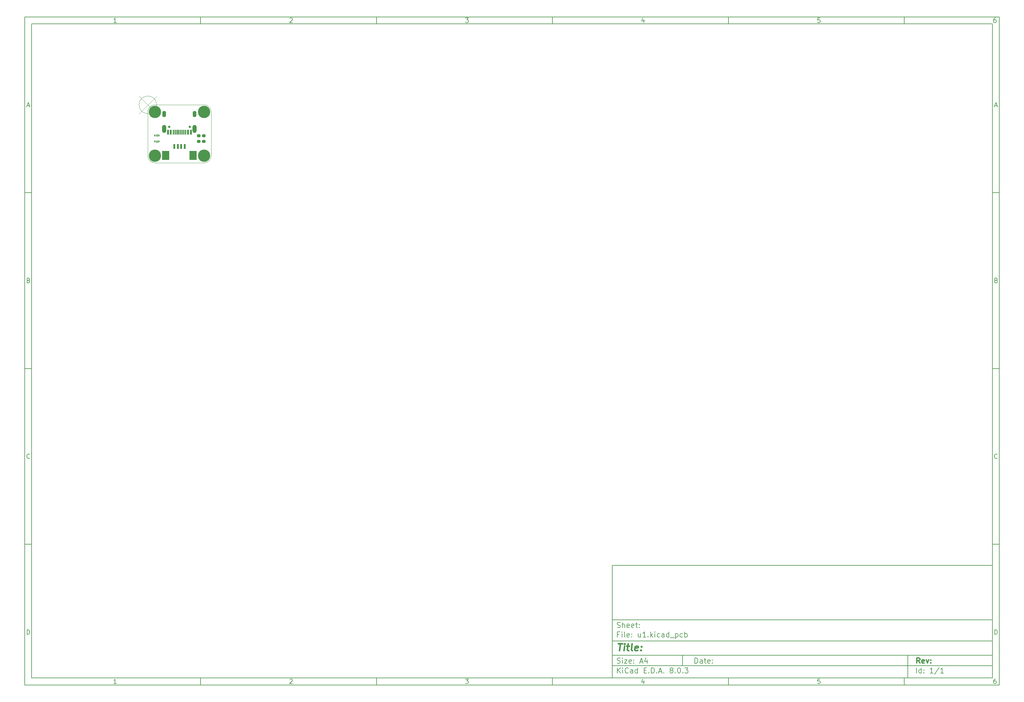
<source format=gts>
%TF.GenerationSoftware,KiCad,Pcbnew,8.0.3*%
%TF.CreationDate,2024-08-04T17:04:02+08:00*%
%TF.ProjectId,u1,75312e6b-6963-4616-945f-706362585858,rev?*%
%TF.SameCoordinates,PX2aea540PY2160ec0*%
%TF.FileFunction,Soldermask,Top*%
%TF.FilePolarity,Negative*%
%FSLAX46Y46*%
G04 Gerber Fmt 4.6, Leading zero omitted, Abs format (unit mm)*
G04 Created by KiCad (PCBNEW 8.0.3) date 2024-08-04 17:04:02*
%MOMM*%
%LPD*%
G01*
G04 APERTURE LIST*
G04 Aperture macros list*
%AMRoundRect*
0 Rectangle with rounded corners*
0 $1 Rounding radius*
0 $2 $3 $4 $5 $6 $7 $8 $9 X,Y pos of 4 corners*
0 Add a 4 corners polygon primitive as box body*
4,1,4,$2,$3,$4,$5,$6,$7,$8,$9,$2,$3,0*
0 Add four circle primitives for the rounded corners*
1,1,$1+$1,$2,$3*
1,1,$1+$1,$4,$5*
1,1,$1+$1,$6,$7*
1,1,$1+$1,$8,$9*
0 Add four rect primitives between the rounded corners*
20,1,$1+$1,$2,$3,$4,$5,0*
20,1,$1+$1,$4,$5,$6,$7,0*
20,1,$1+$1,$6,$7,$8,$9,0*
20,1,$1+$1,$8,$9,$2,$3,0*%
G04 Aperture macros list end*
%ADD10C,0.100000*%
%ADD11C,0.150000*%
%ADD12C,0.300000*%
%ADD13C,0.400000*%
%ADD14R,2.000000X2.500000*%
%ADD15R,0.500000X1.400000*%
%ADD16C,3.500000*%
%ADD17C,0.650000*%
%ADD18R,0.600000X1.450000*%
%ADD19R,0.300000X1.450000*%
%ADD20O,1.200000X2.300000*%
%ADD21O,1.100000X1.800000*%
%ADD22RoundRect,0.200000X0.275000X-0.200000X0.275000X0.200000X-0.275000X0.200000X-0.275000X-0.200000X0*%
%ADD23RoundRect,0.200000X-0.275000X0.200000X-0.275000X-0.200000X0.275000X-0.200000X0.275000X0.200000X0*%
%ADD24R,0.375000X0.500000*%
%ADD25R,0.300000X0.650000*%
%TA.AperFunction,Profile*%
%ADD26C,0.050000*%
%TD*%
G04 APERTURE END LIST*
D10*
D11*
X132002200Y-131007200D02*
X240002200Y-131007200D01*
X240002200Y-163007200D01*
X132002200Y-163007200D01*
X132002200Y-131007200D01*
D10*
D11*
X-35000000Y25000000D02*
X242002200Y25000000D01*
X242002200Y-165007200D01*
X-35000000Y-165007200D01*
X-35000000Y25000000D01*
D10*
D11*
X-33000000Y23000000D02*
X240002200Y23000000D01*
X240002200Y-163007200D01*
X-33000000Y-163007200D01*
X-33000000Y23000000D01*
D10*
D11*
X15000000Y23000000D02*
X15000000Y25000000D01*
D10*
D11*
X65000000Y23000000D02*
X65000000Y25000000D01*
D10*
D11*
X115000000Y23000000D02*
X115000000Y25000000D01*
D10*
D11*
X165000000Y23000000D02*
X165000000Y25000000D01*
D10*
D11*
X215000000Y23000000D02*
X215000000Y25000000D01*
D10*
D11*
X-8910840Y23406396D02*
X-9653697Y23406396D01*
X-9282269Y23406396D02*
X-9282269Y24706396D01*
X-9282269Y24706396D02*
X-9406078Y24520681D01*
X-9406078Y24520681D02*
X-9529888Y24396872D01*
X-9529888Y24396872D02*
X-9653697Y24334967D01*
D10*
D11*
X40346303Y24582586D02*
X40408207Y24644491D01*
X40408207Y24644491D02*
X40532017Y24706396D01*
X40532017Y24706396D02*
X40841541Y24706396D01*
X40841541Y24706396D02*
X40965350Y24644491D01*
X40965350Y24644491D02*
X41027255Y24582586D01*
X41027255Y24582586D02*
X41089160Y24458777D01*
X41089160Y24458777D02*
X41089160Y24334967D01*
X41089160Y24334967D02*
X41027255Y24149253D01*
X41027255Y24149253D02*
X40284398Y23406396D01*
X40284398Y23406396D02*
X41089160Y23406396D01*
D10*
D11*
X90284398Y24706396D02*
X91089160Y24706396D01*
X91089160Y24706396D02*
X90655826Y24211158D01*
X90655826Y24211158D02*
X90841541Y24211158D01*
X90841541Y24211158D02*
X90965350Y24149253D01*
X90965350Y24149253D02*
X91027255Y24087348D01*
X91027255Y24087348D02*
X91089160Y23963539D01*
X91089160Y23963539D02*
X91089160Y23654015D01*
X91089160Y23654015D02*
X91027255Y23530205D01*
X91027255Y23530205D02*
X90965350Y23468300D01*
X90965350Y23468300D02*
X90841541Y23406396D01*
X90841541Y23406396D02*
X90470112Y23406396D01*
X90470112Y23406396D02*
X90346303Y23468300D01*
X90346303Y23468300D02*
X90284398Y23530205D01*
D10*
D11*
X140965350Y24273062D02*
X140965350Y23406396D01*
X140655826Y24768300D02*
X140346303Y23839729D01*
X140346303Y23839729D02*
X141151064Y23839729D01*
D10*
D11*
X191027255Y24706396D02*
X190408207Y24706396D01*
X190408207Y24706396D02*
X190346303Y24087348D01*
X190346303Y24087348D02*
X190408207Y24149253D01*
X190408207Y24149253D02*
X190532017Y24211158D01*
X190532017Y24211158D02*
X190841541Y24211158D01*
X190841541Y24211158D02*
X190965350Y24149253D01*
X190965350Y24149253D02*
X191027255Y24087348D01*
X191027255Y24087348D02*
X191089160Y23963539D01*
X191089160Y23963539D02*
X191089160Y23654015D01*
X191089160Y23654015D02*
X191027255Y23530205D01*
X191027255Y23530205D02*
X190965350Y23468300D01*
X190965350Y23468300D02*
X190841541Y23406396D01*
X190841541Y23406396D02*
X190532017Y23406396D01*
X190532017Y23406396D02*
X190408207Y23468300D01*
X190408207Y23468300D02*
X190346303Y23530205D01*
D10*
D11*
X240965350Y24706396D02*
X240717731Y24706396D01*
X240717731Y24706396D02*
X240593922Y24644491D01*
X240593922Y24644491D02*
X240532017Y24582586D01*
X240532017Y24582586D02*
X240408207Y24396872D01*
X240408207Y24396872D02*
X240346303Y24149253D01*
X240346303Y24149253D02*
X240346303Y23654015D01*
X240346303Y23654015D02*
X240408207Y23530205D01*
X240408207Y23530205D02*
X240470112Y23468300D01*
X240470112Y23468300D02*
X240593922Y23406396D01*
X240593922Y23406396D02*
X240841541Y23406396D01*
X240841541Y23406396D02*
X240965350Y23468300D01*
X240965350Y23468300D02*
X241027255Y23530205D01*
X241027255Y23530205D02*
X241089160Y23654015D01*
X241089160Y23654015D02*
X241089160Y23963539D01*
X241089160Y23963539D02*
X241027255Y24087348D01*
X241027255Y24087348D02*
X240965350Y24149253D01*
X240965350Y24149253D02*
X240841541Y24211158D01*
X240841541Y24211158D02*
X240593922Y24211158D01*
X240593922Y24211158D02*
X240470112Y24149253D01*
X240470112Y24149253D02*
X240408207Y24087348D01*
X240408207Y24087348D02*
X240346303Y23963539D01*
D10*
D11*
X15000000Y-163007200D02*
X15000000Y-165007200D01*
D10*
D11*
X65000000Y-163007200D02*
X65000000Y-165007200D01*
D10*
D11*
X115000000Y-163007200D02*
X115000000Y-165007200D01*
D10*
D11*
X165000000Y-163007200D02*
X165000000Y-165007200D01*
D10*
D11*
X215000000Y-163007200D02*
X215000000Y-165007200D01*
D10*
D11*
X-8910840Y-164600804D02*
X-9653697Y-164600804D01*
X-9282269Y-164600804D02*
X-9282269Y-163300804D01*
X-9282269Y-163300804D02*
X-9406078Y-163486519D01*
X-9406078Y-163486519D02*
X-9529888Y-163610328D01*
X-9529888Y-163610328D02*
X-9653697Y-163672233D01*
D10*
D11*
X40346303Y-163424614D02*
X40408207Y-163362709D01*
X40408207Y-163362709D02*
X40532017Y-163300804D01*
X40532017Y-163300804D02*
X40841541Y-163300804D01*
X40841541Y-163300804D02*
X40965350Y-163362709D01*
X40965350Y-163362709D02*
X41027255Y-163424614D01*
X41027255Y-163424614D02*
X41089160Y-163548423D01*
X41089160Y-163548423D02*
X41089160Y-163672233D01*
X41089160Y-163672233D02*
X41027255Y-163857947D01*
X41027255Y-163857947D02*
X40284398Y-164600804D01*
X40284398Y-164600804D02*
X41089160Y-164600804D01*
D10*
D11*
X90284398Y-163300804D02*
X91089160Y-163300804D01*
X91089160Y-163300804D02*
X90655826Y-163796042D01*
X90655826Y-163796042D02*
X90841541Y-163796042D01*
X90841541Y-163796042D02*
X90965350Y-163857947D01*
X90965350Y-163857947D02*
X91027255Y-163919852D01*
X91027255Y-163919852D02*
X91089160Y-164043661D01*
X91089160Y-164043661D02*
X91089160Y-164353185D01*
X91089160Y-164353185D02*
X91027255Y-164476995D01*
X91027255Y-164476995D02*
X90965350Y-164538900D01*
X90965350Y-164538900D02*
X90841541Y-164600804D01*
X90841541Y-164600804D02*
X90470112Y-164600804D01*
X90470112Y-164600804D02*
X90346303Y-164538900D01*
X90346303Y-164538900D02*
X90284398Y-164476995D01*
D10*
D11*
X140965350Y-163734138D02*
X140965350Y-164600804D01*
X140655826Y-163238900D02*
X140346303Y-164167471D01*
X140346303Y-164167471D02*
X141151064Y-164167471D01*
D10*
D11*
X191027255Y-163300804D02*
X190408207Y-163300804D01*
X190408207Y-163300804D02*
X190346303Y-163919852D01*
X190346303Y-163919852D02*
X190408207Y-163857947D01*
X190408207Y-163857947D02*
X190532017Y-163796042D01*
X190532017Y-163796042D02*
X190841541Y-163796042D01*
X190841541Y-163796042D02*
X190965350Y-163857947D01*
X190965350Y-163857947D02*
X191027255Y-163919852D01*
X191027255Y-163919852D02*
X191089160Y-164043661D01*
X191089160Y-164043661D02*
X191089160Y-164353185D01*
X191089160Y-164353185D02*
X191027255Y-164476995D01*
X191027255Y-164476995D02*
X190965350Y-164538900D01*
X190965350Y-164538900D02*
X190841541Y-164600804D01*
X190841541Y-164600804D02*
X190532017Y-164600804D01*
X190532017Y-164600804D02*
X190408207Y-164538900D01*
X190408207Y-164538900D02*
X190346303Y-164476995D01*
D10*
D11*
X240965350Y-163300804D02*
X240717731Y-163300804D01*
X240717731Y-163300804D02*
X240593922Y-163362709D01*
X240593922Y-163362709D02*
X240532017Y-163424614D01*
X240532017Y-163424614D02*
X240408207Y-163610328D01*
X240408207Y-163610328D02*
X240346303Y-163857947D01*
X240346303Y-163857947D02*
X240346303Y-164353185D01*
X240346303Y-164353185D02*
X240408207Y-164476995D01*
X240408207Y-164476995D02*
X240470112Y-164538900D01*
X240470112Y-164538900D02*
X240593922Y-164600804D01*
X240593922Y-164600804D02*
X240841541Y-164600804D01*
X240841541Y-164600804D02*
X240965350Y-164538900D01*
X240965350Y-164538900D02*
X241027255Y-164476995D01*
X241027255Y-164476995D02*
X241089160Y-164353185D01*
X241089160Y-164353185D02*
X241089160Y-164043661D01*
X241089160Y-164043661D02*
X241027255Y-163919852D01*
X241027255Y-163919852D02*
X240965350Y-163857947D01*
X240965350Y-163857947D02*
X240841541Y-163796042D01*
X240841541Y-163796042D02*
X240593922Y-163796042D01*
X240593922Y-163796042D02*
X240470112Y-163857947D01*
X240470112Y-163857947D02*
X240408207Y-163919852D01*
X240408207Y-163919852D02*
X240346303Y-164043661D01*
D10*
D11*
X-35000000Y-25000000D02*
X-33000000Y-25000000D01*
D10*
D11*
X-35000000Y-75000000D02*
X-33000000Y-75000000D01*
D10*
D11*
X-35000000Y-125000000D02*
X-33000000Y-125000000D01*
D10*
D11*
X-34309524Y-222176D02*
X-33690477Y-222176D01*
X-34433334Y-593604D02*
X-34000001Y706396D01*
X-34000001Y706396D02*
X-33566667Y-593604D01*
D10*
D11*
X-33907143Y-49912652D02*
X-33721429Y-49974557D01*
X-33721429Y-49974557D02*
X-33659524Y-50036461D01*
X-33659524Y-50036461D02*
X-33597620Y-50160271D01*
X-33597620Y-50160271D02*
X-33597620Y-50345985D01*
X-33597620Y-50345985D02*
X-33659524Y-50469795D01*
X-33659524Y-50469795D02*
X-33721429Y-50531700D01*
X-33721429Y-50531700D02*
X-33845239Y-50593604D01*
X-33845239Y-50593604D02*
X-34340477Y-50593604D01*
X-34340477Y-50593604D02*
X-34340477Y-49293604D01*
X-34340477Y-49293604D02*
X-33907143Y-49293604D01*
X-33907143Y-49293604D02*
X-33783334Y-49355509D01*
X-33783334Y-49355509D02*
X-33721429Y-49417414D01*
X-33721429Y-49417414D02*
X-33659524Y-49541223D01*
X-33659524Y-49541223D02*
X-33659524Y-49665033D01*
X-33659524Y-49665033D02*
X-33721429Y-49788842D01*
X-33721429Y-49788842D02*
X-33783334Y-49850747D01*
X-33783334Y-49850747D02*
X-33907143Y-49912652D01*
X-33907143Y-49912652D02*
X-34340477Y-49912652D01*
D10*
D11*
X-33597620Y-100469795D02*
X-33659524Y-100531700D01*
X-33659524Y-100531700D02*
X-33845239Y-100593604D01*
X-33845239Y-100593604D02*
X-33969048Y-100593604D01*
X-33969048Y-100593604D02*
X-34154762Y-100531700D01*
X-34154762Y-100531700D02*
X-34278572Y-100407890D01*
X-34278572Y-100407890D02*
X-34340477Y-100284080D01*
X-34340477Y-100284080D02*
X-34402381Y-100036461D01*
X-34402381Y-100036461D02*
X-34402381Y-99850747D01*
X-34402381Y-99850747D02*
X-34340477Y-99603128D01*
X-34340477Y-99603128D02*
X-34278572Y-99479319D01*
X-34278572Y-99479319D02*
X-34154762Y-99355509D01*
X-34154762Y-99355509D02*
X-33969048Y-99293604D01*
X-33969048Y-99293604D02*
X-33845239Y-99293604D01*
X-33845239Y-99293604D02*
X-33659524Y-99355509D01*
X-33659524Y-99355509D02*
X-33597620Y-99417414D01*
D10*
D11*
X-34340477Y-150593604D02*
X-34340477Y-149293604D01*
X-34340477Y-149293604D02*
X-34030953Y-149293604D01*
X-34030953Y-149293604D02*
X-33845239Y-149355509D01*
X-33845239Y-149355509D02*
X-33721429Y-149479319D01*
X-33721429Y-149479319D02*
X-33659524Y-149603128D01*
X-33659524Y-149603128D02*
X-33597620Y-149850747D01*
X-33597620Y-149850747D02*
X-33597620Y-150036461D01*
X-33597620Y-150036461D02*
X-33659524Y-150284080D01*
X-33659524Y-150284080D02*
X-33721429Y-150407890D01*
X-33721429Y-150407890D02*
X-33845239Y-150531700D01*
X-33845239Y-150531700D02*
X-34030953Y-150593604D01*
X-34030953Y-150593604D02*
X-34340477Y-150593604D01*
D10*
D11*
X242002200Y-25000000D02*
X240002200Y-25000000D01*
D10*
D11*
X242002200Y-75000000D02*
X240002200Y-75000000D01*
D10*
D11*
X242002200Y-125000000D02*
X240002200Y-125000000D01*
D10*
D11*
X240692676Y-222176D02*
X241311723Y-222176D01*
X240568866Y-593604D02*
X241002199Y706396D01*
X241002199Y706396D02*
X241435533Y-593604D01*
D10*
D11*
X241095057Y-49912652D02*
X241280771Y-49974557D01*
X241280771Y-49974557D02*
X241342676Y-50036461D01*
X241342676Y-50036461D02*
X241404580Y-50160271D01*
X241404580Y-50160271D02*
X241404580Y-50345985D01*
X241404580Y-50345985D02*
X241342676Y-50469795D01*
X241342676Y-50469795D02*
X241280771Y-50531700D01*
X241280771Y-50531700D02*
X241156961Y-50593604D01*
X241156961Y-50593604D02*
X240661723Y-50593604D01*
X240661723Y-50593604D02*
X240661723Y-49293604D01*
X240661723Y-49293604D02*
X241095057Y-49293604D01*
X241095057Y-49293604D02*
X241218866Y-49355509D01*
X241218866Y-49355509D02*
X241280771Y-49417414D01*
X241280771Y-49417414D02*
X241342676Y-49541223D01*
X241342676Y-49541223D02*
X241342676Y-49665033D01*
X241342676Y-49665033D02*
X241280771Y-49788842D01*
X241280771Y-49788842D02*
X241218866Y-49850747D01*
X241218866Y-49850747D02*
X241095057Y-49912652D01*
X241095057Y-49912652D02*
X240661723Y-49912652D01*
D10*
D11*
X241404580Y-100469795D02*
X241342676Y-100531700D01*
X241342676Y-100531700D02*
X241156961Y-100593604D01*
X241156961Y-100593604D02*
X241033152Y-100593604D01*
X241033152Y-100593604D02*
X240847438Y-100531700D01*
X240847438Y-100531700D02*
X240723628Y-100407890D01*
X240723628Y-100407890D02*
X240661723Y-100284080D01*
X240661723Y-100284080D02*
X240599819Y-100036461D01*
X240599819Y-100036461D02*
X240599819Y-99850747D01*
X240599819Y-99850747D02*
X240661723Y-99603128D01*
X240661723Y-99603128D02*
X240723628Y-99479319D01*
X240723628Y-99479319D02*
X240847438Y-99355509D01*
X240847438Y-99355509D02*
X241033152Y-99293604D01*
X241033152Y-99293604D02*
X241156961Y-99293604D01*
X241156961Y-99293604D02*
X241342676Y-99355509D01*
X241342676Y-99355509D02*
X241404580Y-99417414D01*
D10*
D11*
X240661723Y-150593604D02*
X240661723Y-149293604D01*
X240661723Y-149293604D02*
X240971247Y-149293604D01*
X240971247Y-149293604D02*
X241156961Y-149355509D01*
X241156961Y-149355509D02*
X241280771Y-149479319D01*
X241280771Y-149479319D02*
X241342676Y-149603128D01*
X241342676Y-149603128D02*
X241404580Y-149850747D01*
X241404580Y-149850747D02*
X241404580Y-150036461D01*
X241404580Y-150036461D02*
X241342676Y-150284080D01*
X241342676Y-150284080D02*
X241280771Y-150407890D01*
X241280771Y-150407890D02*
X241156961Y-150531700D01*
X241156961Y-150531700D02*
X240971247Y-150593604D01*
X240971247Y-150593604D02*
X240661723Y-150593604D01*
D10*
D11*
X155458026Y-158793328D02*
X155458026Y-157293328D01*
X155458026Y-157293328D02*
X155815169Y-157293328D01*
X155815169Y-157293328D02*
X156029455Y-157364757D01*
X156029455Y-157364757D02*
X156172312Y-157507614D01*
X156172312Y-157507614D02*
X156243741Y-157650471D01*
X156243741Y-157650471D02*
X156315169Y-157936185D01*
X156315169Y-157936185D02*
X156315169Y-158150471D01*
X156315169Y-158150471D02*
X156243741Y-158436185D01*
X156243741Y-158436185D02*
X156172312Y-158579042D01*
X156172312Y-158579042D02*
X156029455Y-158721900D01*
X156029455Y-158721900D02*
X155815169Y-158793328D01*
X155815169Y-158793328D02*
X155458026Y-158793328D01*
X157600884Y-158793328D02*
X157600884Y-158007614D01*
X157600884Y-158007614D02*
X157529455Y-157864757D01*
X157529455Y-157864757D02*
X157386598Y-157793328D01*
X157386598Y-157793328D02*
X157100884Y-157793328D01*
X157100884Y-157793328D02*
X156958026Y-157864757D01*
X157600884Y-158721900D02*
X157458026Y-158793328D01*
X157458026Y-158793328D02*
X157100884Y-158793328D01*
X157100884Y-158793328D02*
X156958026Y-158721900D01*
X156958026Y-158721900D02*
X156886598Y-158579042D01*
X156886598Y-158579042D02*
X156886598Y-158436185D01*
X156886598Y-158436185D02*
X156958026Y-158293328D01*
X156958026Y-158293328D02*
X157100884Y-158221900D01*
X157100884Y-158221900D02*
X157458026Y-158221900D01*
X157458026Y-158221900D02*
X157600884Y-158150471D01*
X158100884Y-157793328D02*
X158672312Y-157793328D01*
X158315169Y-157293328D02*
X158315169Y-158579042D01*
X158315169Y-158579042D02*
X158386598Y-158721900D01*
X158386598Y-158721900D02*
X158529455Y-158793328D01*
X158529455Y-158793328D02*
X158672312Y-158793328D01*
X159743741Y-158721900D02*
X159600884Y-158793328D01*
X159600884Y-158793328D02*
X159315170Y-158793328D01*
X159315170Y-158793328D02*
X159172312Y-158721900D01*
X159172312Y-158721900D02*
X159100884Y-158579042D01*
X159100884Y-158579042D02*
X159100884Y-158007614D01*
X159100884Y-158007614D02*
X159172312Y-157864757D01*
X159172312Y-157864757D02*
X159315170Y-157793328D01*
X159315170Y-157793328D02*
X159600884Y-157793328D01*
X159600884Y-157793328D02*
X159743741Y-157864757D01*
X159743741Y-157864757D02*
X159815170Y-158007614D01*
X159815170Y-158007614D02*
X159815170Y-158150471D01*
X159815170Y-158150471D02*
X159100884Y-158293328D01*
X160458026Y-158650471D02*
X160529455Y-158721900D01*
X160529455Y-158721900D02*
X160458026Y-158793328D01*
X160458026Y-158793328D02*
X160386598Y-158721900D01*
X160386598Y-158721900D02*
X160458026Y-158650471D01*
X160458026Y-158650471D02*
X160458026Y-158793328D01*
X160458026Y-157864757D02*
X160529455Y-157936185D01*
X160529455Y-157936185D02*
X160458026Y-158007614D01*
X160458026Y-158007614D02*
X160386598Y-157936185D01*
X160386598Y-157936185D02*
X160458026Y-157864757D01*
X160458026Y-157864757D02*
X160458026Y-158007614D01*
D10*
D11*
X132002200Y-159507200D02*
X240002200Y-159507200D01*
D10*
D11*
X133458026Y-161593328D02*
X133458026Y-160093328D01*
X134315169Y-161593328D02*
X133672312Y-160736185D01*
X134315169Y-160093328D02*
X133458026Y-160950471D01*
X134958026Y-161593328D02*
X134958026Y-160593328D01*
X134958026Y-160093328D02*
X134886598Y-160164757D01*
X134886598Y-160164757D02*
X134958026Y-160236185D01*
X134958026Y-160236185D02*
X135029455Y-160164757D01*
X135029455Y-160164757D02*
X134958026Y-160093328D01*
X134958026Y-160093328D02*
X134958026Y-160236185D01*
X136529455Y-161450471D02*
X136458027Y-161521900D01*
X136458027Y-161521900D02*
X136243741Y-161593328D01*
X136243741Y-161593328D02*
X136100884Y-161593328D01*
X136100884Y-161593328D02*
X135886598Y-161521900D01*
X135886598Y-161521900D02*
X135743741Y-161379042D01*
X135743741Y-161379042D02*
X135672312Y-161236185D01*
X135672312Y-161236185D02*
X135600884Y-160950471D01*
X135600884Y-160950471D02*
X135600884Y-160736185D01*
X135600884Y-160736185D02*
X135672312Y-160450471D01*
X135672312Y-160450471D02*
X135743741Y-160307614D01*
X135743741Y-160307614D02*
X135886598Y-160164757D01*
X135886598Y-160164757D02*
X136100884Y-160093328D01*
X136100884Y-160093328D02*
X136243741Y-160093328D01*
X136243741Y-160093328D02*
X136458027Y-160164757D01*
X136458027Y-160164757D02*
X136529455Y-160236185D01*
X137815170Y-161593328D02*
X137815170Y-160807614D01*
X137815170Y-160807614D02*
X137743741Y-160664757D01*
X137743741Y-160664757D02*
X137600884Y-160593328D01*
X137600884Y-160593328D02*
X137315170Y-160593328D01*
X137315170Y-160593328D02*
X137172312Y-160664757D01*
X137815170Y-161521900D02*
X137672312Y-161593328D01*
X137672312Y-161593328D02*
X137315170Y-161593328D01*
X137315170Y-161593328D02*
X137172312Y-161521900D01*
X137172312Y-161521900D02*
X137100884Y-161379042D01*
X137100884Y-161379042D02*
X137100884Y-161236185D01*
X137100884Y-161236185D02*
X137172312Y-161093328D01*
X137172312Y-161093328D02*
X137315170Y-161021900D01*
X137315170Y-161021900D02*
X137672312Y-161021900D01*
X137672312Y-161021900D02*
X137815170Y-160950471D01*
X139172313Y-161593328D02*
X139172313Y-160093328D01*
X139172313Y-161521900D02*
X139029455Y-161593328D01*
X139029455Y-161593328D02*
X138743741Y-161593328D01*
X138743741Y-161593328D02*
X138600884Y-161521900D01*
X138600884Y-161521900D02*
X138529455Y-161450471D01*
X138529455Y-161450471D02*
X138458027Y-161307614D01*
X138458027Y-161307614D02*
X138458027Y-160879042D01*
X138458027Y-160879042D02*
X138529455Y-160736185D01*
X138529455Y-160736185D02*
X138600884Y-160664757D01*
X138600884Y-160664757D02*
X138743741Y-160593328D01*
X138743741Y-160593328D02*
X139029455Y-160593328D01*
X139029455Y-160593328D02*
X139172313Y-160664757D01*
X141029455Y-160807614D02*
X141529455Y-160807614D01*
X141743741Y-161593328D02*
X141029455Y-161593328D01*
X141029455Y-161593328D02*
X141029455Y-160093328D01*
X141029455Y-160093328D02*
X141743741Y-160093328D01*
X142386598Y-161450471D02*
X142458027Y-161521900D01*
X142458027Y-161521900D02*
X142386598Y-161593328D01*
X142386598Y-161593328D02*
X142315170Y-161521900D01*
X142315170Y-161521900D02*
X142386598Y-161450471D01*
X142386598Y-161450471D02*
X142386598Y-161593328D01*
X143100884Y-161593328D02*
X143100884Y-160093328D01*
X143100884Y-160093328D02*
X143458027Y-160093328D01*
X143458027Y-160093328D02*
X143672313Y-160164757D01*
X143672313Y-160164757D02*
X143815170Y-160307614D01*
X143815170Y-160307614D02*
X143886599Y-160450471D01*
X143886599Y-160450471D02*
X143958027Y-160736185D01*
X143958027Y-160736185D02*
X143958027Y-160950471D01*
X143958027Y-160950471D02*
X143886599Y-161236185D01*
X143886599Y-161236185D02*
X143815170Y-161379042D01*
X143815170Y-161379042D02*
X143672313Y-161521900D01*
X143672313Y-161521900D02*
X143458027Y-161593328D01*
X143458027Y-161593328D02*
X143100884Y-161593328D01*
X144600884Y-161450471D02*
X144672313Y-161521900D01*
X144672313Y-161521900D02*
X144600884Y-161593328D01*
X144600884Y-161593328D02*
X144529456Y-161521900D01*
X144529456Y-161521900D02*
X144600884Y-161450471D01*
X144600884Y-161450471D02*
X144600884Y-161593328D01*
X145243742Y-161164757D02*
X145958028Y-161164757D01*
X145100885Y-161593328D02*
X145600885Y-160093328D01*
X145600885Y-160093328D02*
X146100885Y-161593328D01*
X146600884Y-161450471D02*
X146672313Y-161521900D01*
X146672313Y-161521900D02*
X146600884Y-161593328D01*
X146600884Y-161593328D02*
X146529456Y-161521900D01*
X146529456Y-161521900D02*
X146600884Y-161450471D01*
X146600884Y-161450471D02*
X146600884Y-161593328D01*
X148672313Y-160736185D02*
X148529456Y-160664757D01*
X148529456Y-160664757D02*
X148458027Y-160593328D01*
X148458027Y-160593328D02*
X148386599Y-160450471D01*
X148386599Y-160450471D02*
X148386599Y-160379042D01*
X148386599Y-160379042D02*
X148458027Y-160236185D01*
X148458027Y-160236185D02*
X148529456Y-160164757D01*
X148529456Y-160164757D02*
X148672313Y-160093328D01*
X148672313Y-160093328D02*
X148958027Y-160093328D01*
X148958027Y-160093328D02*
X149100885Y-160164757D01*
X149100885Y-160164757D02*
X149172313Y-160236185D01*
X149172313Y-160236185D02*
X149243742Y-160379042D01*
X149243742Y-160379042D02*
X149243742Y-160450471D01*
X149243742Y-160450471D02*
X149172313Y-160593328D01*
X149172313Y-160593328D02*
X149100885Y-160664757D01*
X149100885Y-160664757D02*
X148958027Y-160736185D01*
X148958027Y-160736185D02*
X148672313Y-160736185D01*
X148672313Y-160736185D02*
X148529456Y-160807614D01*
X148529456Y-160807614D02*
X148458027Y-160879042D01*
X148458027Y-160879042D02*
X148386599Y-161021900D01*
X148386599Y-161021900D02*
X148386599Y-161307614D01*
X148386599Y-161307614D02*
X148458027Y-161450471D01*
X148458027Y-161450471D02*
X148529456Y-161521900D01*
X148529456Y-161521900D02*
X148672313Y-161593328D01*
X148672313Y-161593328D02*
X148958027Y-161593328D01*
X148958027Y-161593328D02*
X149100885Y-161521900D01*
X149100885Y-161521900D02*
X149172313Y-161450471D01*
X149172313Y-161450471D02*
X149243742Y-161307614D01*
X149243742Y-161307614D02*
X149243742Y-161021900D01*
X149243742Y-161021900D02*
X149172313Y-160879042D01*
X149172313Y-160879042D02*
X149100885Y-160807614D01*
X149100885Y-160807614D02*
X148958027Y-160736185D01*
X149886598Y-161450471D02*
X149958027Y-161521900D01*
X149958027Y-161521900D02*
X149886598Y-161593328D01*
X149886598Y-161593328D02*
X149815170Y-161521900D01*
X149815170Y-161521900D02*
X149886598Y-161450471D01*
X149886598Y-161450471D02*
X149886598Y-161593328D01*
X150886599Y-160093328D02*
X151029456Y-160093328D01*
X151029456Y-160093328D02*
X151172313Y-160164757D01*
X151172313Y-160164757D02*
X151243742Y-160236185D01*
X151243742Y-160236185D02*
X151315170Y-160379042D01*
X151315170Y-160379042D02*
X151386599Y-160664757D01*
X151386599Y-160664757D02*
X151386599Y-161021900D01*
X151386599Y-161021900D02*
X151315170Y-161307614D01*
X151315170Y-161307614D02*
X151243742Y-161450471D01*
X151243742Y-161450471D02*
X151172313Y-161521900D01*
X151172313Y-161521900D02*
X151029456Y-161593328D01*
X151029456Y-161593328D02*
X150886599Y-161593328D01*
X150886599Y-161593328D02*
X150743742Y-161521900D01*
X150743742Y-161521900D02*
X150672313Y-161450471D01*
X150672313Y-161450471D02*
X150600884Y-161307614D01*
X150600884Y-161307614D02*
X150529456Y-161021900D01*
X150529456Y-161021900D02*
X150529456Y-160664757D01*
X150529456Y-160664757D02*
X150600884Y-160379042D01*
X150600884Y-160379042D02*
X150672313Y-160236185D01*
X150672313Y-160236185D02*
X150743742Y-160164757D01*
X150743742Y-160164757D02*
X150886599Y-160093328D01*
X152029455Y-161450471D02*
X152100884Y-161521900D01*
X152100884Y-161521900D02*
X152029455Y-161593328D01*
X152029455Y-161593328D02*
X151958027Y-161521900D01*
X151958027Y-161521900D02*
X152029455Y-161450471D01*
X152029455Y-161450471D02*
X152029455Y-161593328D01*
X152600884Y-160093328D02*
X153529456Y-160093328D01*
X153529456Y-160093328D02*
X153029456Y-160664757D01*
X153029456Y-160664757D02*
X153243741Y-160664757D01*
X153243741Y-160664757D02*
X153386599Y-160736185D01*
X153386599Y-160736185D02*
X153458027Y-160807614D01*
X153458027Y-160807614D02*
X153529456Y-160950471D01*
X153529456Y-160950471D02*
X153529456Y-161307614D01*
X153529456Y-161307614D02*
X153458027Y-161450471D01*
X153458027Y-161450471D02*
X153386599Y-161521900D01*
X153386599Y-161521900D02*
X153243741Y-161593328D01*
X153243741Y-161593328D02*
X152815170Y-161593328D01*
X152815170Y-161593328D02*
X152672313Y-161521900D01*
X152672313Y-161521900D02*
X152600884Y-161450471D01*
D10*
D11*
X132002200Y-156507200D02*
X240002200Y-156507200D01*
D10*
D12*
X219413853Y-158785528D02*
X218913853Y-158071242D01*
X218556710Y-158785528D02*
X218556710Y-157285528D01*
X218556710Y-157285528D02*
X219128139Y-157285528D01*
X219128139Y-157285528D02*
X219270996Y-157356957D01*
X219270996Y-157356957D02*
X219342425Y-157428385D01*
X219342425Y-157428385D02*
X219413853Y-157571242D01*
X219413853Y-157571242D02*
X219413853Y-157785528D01*
X219413853Y-157785528D02*
X219342425Y-157928385D01*
X219342425Y-157928385D02*
X219270996Y-157999814D01*
X219270996Y-157999814D02*
X219128139Y-158071242D01*
X219128139Y-158071242D02*
X218556710Y-158071242D01*
X220628139Y-158714100D02*
X220485282Y-158785528D01*
X220485282Y-158785528D02*
X220199568Y-158785528D01*
X220199568Y-158785528D02*
X220056710Y-158714100D01*
X220056710Y-158714100D02*
X219985282Y-158571242D01*
X219985282Y-158571242D02*
X219985282Y-157999814D01*
X219985282Y-157999814D02*
X220056710Y-157856957D01*
X220056710Y-157856957D02*
X220199568Y-157785528D01*
X220199568Y-157785528D02*
X220485282Y-157785528D01*
X220485282Y-157785528D02*
X220628139Y-157856957D01*
X220628139Y-157856957D02*
X220699568Y-157999814D01*
X220699568Y-157999814D02*
X220699568Y-158142671D01*
X220699568Y-158142671D02*
X219985282Y-158285528D01*
X221199567Y-157785528D02*
X221556710Y-158785528D01*
X221556710Y-158785528D02*
X221913853Y-157785528D01*
X222485281Y-158642671D02*
X222556710Y-158714100D01*
X222556710Y-158714100D02*
X222485281Y-158785528D01*
X222485281Y-158785528D02*
X222413853Y-158714100D01*
X222413853Y-158714100D02*
X222485281Y-158642671D01*
X222485281Y-158642671D02*
X222485281Y-158785528D01*
X222485281Y-157856957D02*
X222556710Y-157928385D01*
X222556710Y-157928385D02*
X222485281Y-157999814D01*
X222485281Y-157999814D02*
X222413853Y-157928385D01*
X222413853Y-157928385D02*
X222485281Y-157856957D01*
X222485281Y-157856957D02*
X222485281Y-157999814D01*
D10*
D11*
X133386598Y-158721900D02*
X133600884Y-158793328D01*
X133600884Y-158793328D02*
X133958026Y-158793328D01*
X133958026Y-158793328D02*
X134100884Y-158721900D01*
X134100884Y-158721900D02*
X134172312Y-158650471D01*
X134172312Y-158650471D02*
X134243741Y-158507614D01*
X134243741Y-158507614D02*
X134243741Y-158364757D01*
X134243741Y-158364757D02*
X134172312Y-158221900D01*
X134172312Y-158221900D02*
X134100884Y-158150471D01*
X134100884Y-158150471D02*
X133958026Y-158079042D01*
X133958026Y-158079042D02*
X133672312Y-158007614D01*
X133672312Y-158007614D02*
X133529455Y-157936185D01*
X133529455Y-157936185D02*
X133458026Y-157864757D01*
X133458026Y-157864757D02*
X133386598Y-157721900D01*
X133386598Y-157721900D02*
X133386598Y-157579042D01*
X133386598Y-157579042D02*
X133458026Y-157436185D01*
X133458026Y-157436185D02*
X133529455Y-157364757D01*
X133529455Y-157364757D02*
X133672312Y-157293328D01*
X133672312Y-157293328D02*
X134029455Y-157293328D01*
X134029455Y-157293328D02*
X134243741Y-157364757D01*
X134886597Y-158793328D02*
X134886597Y-157793328D01*
X134886597Y-157293328D02*
X134815169Y-157364757D01*
X134815169Y-157364757D02*
X134886597Y-157436185D01*
X134886597Y-157436185D02*
X134958026Y-157364757D01*
X134958026Y-157364757D02*
X134886597Y-157293328D01*
X134886597Y-157293328D02*
X134886597Y-157436185D01*
X135458026Y-157793328D02*
X136243741Y-157793328D01*
X136243741Y-157793328D02*
X135458026Y-158793328D01*
X135458026Y-158793328D02*
X136243741Y-158793328D01*
X137386598Y-158721900D02*
X137243741Y-158793328D01*
X137243741Y-158793328D02*
X136958027Y-158793328D01*
X136958027Y-158793328D02*
X136815169Y-158721900D01*
X136815169Y-158721900D02*
X136743741Y-158579042D01*
X136743741Y-158579042D02*
X136743741Y-158007614D01*
X136743741Y-158007614D02*
X136815169Y-157864757D01*
X136815169Y-157864757D02*
X136958027Y-157793328D01*
X136958027Y-157793328D02*
X137243741Y-157793328D01*
X137243741Y-157793328D02*
X137386598Y-157864757D01*
X137386598Y-157864757D02*
X137458027Y-158007614D01*
X137458027Y-158007614D02*
X137458027Y-158150471D01*
X137458027Y-158150471D02*
X136743741Y-158293328D01*
X138100883Y-158650471D02*
X138172312Y-158721900D01*
X138172312Y-158721900D02*
X138100883Y-158793328D01*
X138100883Y-158793328D02*
X138029455Y-158721900D01*
X138029455Y-158721900D02*
X138100883Y-158650471D01*
X138100883Y-158650471D02*
X138100883Y-158793328D01*
X138100883Y-157864757D02*
X138172312Y-157936185D01*
X138172312Y-157936185D02*
X138100883Y-158007614D01*
X138100883Y-158007614D02*
X138029455Y-157936185D01*
X138029455Y-157936185D02*
X138100883Y-157864757D01*
X138100883Y-157864757D02*
X138100883Y-158007614D01*
X139886598Y-158364757D02*
X140600884Y-158364757D01*
X139743741Y-158793328D02*
X140243741Y-157293328D01*
X140243741Y-157293328D02*
X140743741Y-158793328D01*
X141886598Y-157793328D02*
X141886598Y-158793328D01*
X141529455Y-157221900D02*
X141172312Y-158293328D01*
X141172312Y-158293328D02*
X142100883Y-158293328D01*
D10*
D11*
X218458026Y-161593328D02*
X218458026Y-160093328D01*
X219815170Y-161593328D02*
X219815170Y-160093328D01*
X219815170Y-161521900D02*
X219672312Y-161593328D01*
X219672312Y-161593328D02*
X219386598Y-161593328D01*
X219386598Y-161593328D02*
X219243741Y-161521900D01*
X219243741Y-161521900D02*
X219172312Y-161450471D01*
X219172312Y-161450471D02*
X219100884Y-161307614D01*
X219100884Y-161307614D02*
X219100884Y-160879042D01*
X219100884Y-160879042D02*
X219172312Y-160736185D01*
X219172312Y-160736185D02*
X219243741Y-160664757D01*
X219243741Y-160664757D02*
X219386598Y-160593328D01*
X219386598Y-160593328D02*
X219672312Y-160593328D01*
X219672312Y-160593328D02*
X219815170Y-160664757D01*
X220529455Y-161450471D02*
X220600884Y-161521900D01*
X220600884Y-161521900D02*
X220529455Y-161593328D01*
X220529455Y-161593328D02*
X220458027Y-161521900D01*
X220458027Y-161521900D02*
X220529455Y-161450471D01*
X220529455Y-161450471D02*
X220529455Y-161593328D01*
X220529455Y-160664757D02*
X220600884Y-160736185D01*
X220600884Y-160736185D02*
X220529455Y-160807614D01*
X220529455Y-160807614D02*
X220458027Y-160736185D01*
X220458027Y-160736185D02*
X220529455Y-160664757D01*
X220529455Y-160664757D02*
X220529455Y-160807614D01*
X223172313Y-161593328D02*
X222315170Y-161593328D01*
X222743741Y-161593328D02*
X222743741Y-160093328D01*
X222743741Y-160093328D02*
X222600884Y-160307614D01*
X222600884Y-160307614D02*
X222458027Y-160450471D01*
X222458027Y-160450471D02*
X222315170Y-160521900D01*
X224886598Y-160021900D02*
X223600884Y-161950471D01*
X226172313Y-161593328D02*
X225315170Y-161593328D01*
X225743741Y-161593328D02*
X225743741Y-160093328D01*
X225743741Y-160093328D02*
X225600884Y-160307614D01*
X225600884Y-160307614D02*
X225458027Y-160450471D01*
X225458027Y-160450471D02*
X225315170Y-160521900D01*
D10*
D11*
X132002200Y-152507200D02*
X240002200Y-152507200D01*
D10*
D13*
X133693928Y-153211638D02*
X134836785Y-153211638D01*
X134015357Y-155211638D02*
X134265357Y-153211638D01*
X135253452Y-155211638D02*
X135420119Y-153878304D01*
X135503452Y-153211638D02*
X135396309Y-153306876D01*
X135396309Y-153306876D02*
X135479643Y-153402114D01*
X135479643Y-153402114D02*
X135586786Y-153306876D01*
X135586786Y-153306876D02*
X135503452Y-153211638D01*
X135503452Y-153211638D02*
X135479643Y-153402114D01*
X136086786Y-153878304D02*
X136848690Y-153878304D01*
X136455833Y-153211638D02*
X136241548Y-154925923D01*
X136241548Y-154925923D02*
X136312976Y-155116400D01*
X136312976Y-155116400D02*
X136491548Y-155211638D01*
X136491548Y-155211638D02*
X136682024Y-155211638D01*
X137634405Y-155211638D02*
X137455833Y-155116400D01*
X137455833Y-155116400D02*
X137384405Y-154925923D01*
X137384405Y-154925923D02*
X137598690Y-153211638D01*
X139170119Y-155116400D02*
X138967738Y-155211638D01*
X138967738Y-155211638D02*
X138586785Y-155211638D01*
X138586785Y-155211638D02*
X138408214Y-155116400D01*
X138408214Y-155116400D02*
X138336785Y-154925923D01*
X138336785Y-154925923D02*
X138432024Y-154164019D01*
X138432024Y-154164019D02*
X138551071Y-153973542D01*
X138551071Y-153973542D02*
X138753452Y-153878304D01*
X138753452Y-153878304D02*
X139134404Y-153878304D01*
X139134404Y-153878304D02*
X139312976Y-153973542D01*
X139312976Y-153973542D02*
X139384404Y-154164019D01*
X139384404Y-154164019D02*
X139360595Y-154354495D01*
X139360595Y-154354495D02*
X138384404Y-154544971D01*
X140134405Y-155021161D02*
X140217738Y-155116400D01*
X140217738Y-155116400D02*
X140110595Y-155211638D01*
X140110595Y-155211638D02*
X140027262Y-155116400D01*
X140027262Y-155116400D02*
X140134405Y-155021161D01*
X140134405Y-155021161D02*
X140110595Y-155211638D01*
X140265357Y-153973542D02*
X140348690Y-154068780D01*
X140348690Y-154068780D02*
X140241548Y-154164019D01*
X140241548Y-154164019D02*
X140158214Y-154068780D01*
X140158214Y-154068780D02*
X140265357Y-153973542D01*
X140265357Y-153973542D02*
X140241548Y-154164019D01*
D10*
D11*
X133958026Y-150607614D02*
X133458026Y-150607614D01*
X133458026Y-151393328D02*
X133458026Y-149893328D01*
X133458026Y-149893328D02*
X134172312Y-149893328D01*
X134743740Y-151393328D02*
X134743740Y-150393328D01*
X134743740Y-149893328D02*
X134672312Y-149964757D01*
X134672312Y-149964757D02*
X134743740Y-150036185D01*
X134743740Y-150036185D02*
X134815169Y-149964757D01*
X134815169Y-149964757D02*
X134743740Y-149893328D01*
X134743740Y-149893328D02*
X134743740Y-150036185D01*
X135672312Y-151393328D02*
X135529455Y-151321900D01*
X135529455Y-151321900D02*
X135458026Y-151179042D01*
X135458026Y-151179042D02*
X135458026Y-149893328D01*
X136815169Y-151321900D02*
X136672312Y-151393328D01*
X136672312Y-151393328D02*
X136386598Y-151393328D01*
X136386598Y-151393328D02*
X136243740Y-151321900D01*
X136243740Y-151321900D02*
X136172312Y-151179042D01*
X136172312Y-151179042D02*
X136172312Y-150607614D01*
X136172312Y-150607614D02*
X136243740Y-150464757D01*
X136243740Y-150464757D02*
X136386598Y-150393328D01*
X136386598Y-150393328D02*
X136672312Y-150393328D01*
X136672312Y-150393328D02*
X136815169Y-150464757D01*
X136815169Y-150464757D02*
X136886598Y-150607614D01*
X136886598Y-150607614D02*
X136886598Y-150750471D01*
X136886598Y-150750471D02*
X136172312Y-150893328D01*
X137529454Y-151250471D02*
X137600883Y-151321900D01*
X137600883Y-151321900D02*
X137529454Y-151393328D01*
X137529454Y-151393328D02*
X137458026Y-151321900D01*
X137458026Y-151321900D02*
X137529454Y-151250471D01*
X137529454Y-151250471D02*
X137529454Y-151393328D01*
X137529454Y-150464757D02*
X137600883Y-150536185D01*
X137600883Y-150536185D02*
X137529454Y-150607614D01*
X137529454Y-150607614D02*
X137458026Y-150536185D01*
X137458026Y-150536185D02*
X137529454Y-150464757D01*
X137529454Y-150464757D02*
X137529454Y-150607614D01*
X140029455Y-150393328D02*
X140029455Y-151393328D01*
X139386597Y-150393328D02*
X139386597Y-151179042D01*
X139386597Y-151179042D02*
X139458026Y-151321900D01*
X139458026Y-151321900D02*
X139600883Y-151393328D01*
X139600883Y-151393328D02*
X139815169Y-151393328D01*
X139815169Y-151393328D02*
X139958026Y-151321900D01*
X139958026Y-151321900D02*
X140029455Y-151250471D01*
X141529455Y-151393328D02*
X140672312Y-151393328D01*
X141100883Y-151393328D02*
X141100883Y-149893328D01*
X141100883Y-149893328D02*
X140958026Y-150107614D01*
X140958026Y-150107614D02*
X140815169Y-150250471D01*
X140815169Y-150250471D02*
X140672312Y-150321900D01*
X142172311Y-151250471D02*
X142243740Y-151321900D01*
X142243740Y-151321900D02*
X142172311Y-151393328D01*
X142172311Y-151393328D02*
X142100883Y-151321900D01*
X142100883Y-151321900D02*
X142172311Y-151250471D01*
X142172311Y-151250471D02*
X142172311Y-151393328D01*
X142886597Y-151393328D02*
X142886597Y-149893328D01*
X143029455Y-150821900D02*
X143458026Y-151393328D01*
X143458026Y-150393328D02*
X142886597Y-150964757D01*
X144100883Y-151393328D02*
X144100883Y-150393328D01*
X144100883Y-149893328D02*
X144029455Y-149964757D01*
X144029455Y-149964757D02*
X144100883Y-150036185D01*
X144100883Y-150036185D02*
X144172312Y-149964757D01*
X144172312Y-149964757D02*
X144100883Y-149893328D01*
X144100883Y-149893328D02*
X144100883Y-150036185D01*
X145458027Y-151321900D02*
X145315169Y-151393328D01*
X145315169Y-151393328D02*
X145029455Y-151393328D01*
X145029455Y-151393328D02*
X144886598Y-151321900D01*
X144886598Y-151321900D02*
X144815169Y-151250471D01*
X144815169Y-151250471D02*
X144743741Y-151107614D01*
X144743741Y-151107614D02*
X144743741Y-150679042D01*
X144743741Y-150679042D02*
X144815169Y-150536185D01*
X144815169Y-150536185D02*
X144886598Y-150464757D01*
X144886598Y-150464757D02*
X145029455Y-150393328D01*
X145029455Y-150393328D02*
X145315169Y-150393328D01*
X145315169Y-150393328D02*
X145458027Y-150464757D01*
X146743741Y-151393328D02*
X146743741Y-150607614D01*
X146743741Y-150607614D02*
X146672312Y-150464757D01*
X146672312Y-150464757D02*
X146529455Y-150393328D01*
X146529455Y-150393328D02*
X146243741Y-150393328D01*
X146243741Y-150393328D02*
X146100883Y-150464757D01*
X146743741Y-151321900D02*
X146600883Y-151393328D01*
X146600883Y-151393328D02*
X146243741Y-151393328D01*
X146243741Y-151393328D02*
X146100883Y-151321900D01*
X146100883Y-151321900D02*
X146029455Y-151179042D01*
X146029455Y-151179042D02*
X146029455Y-151036185D01*
X146029455Y-151036185D02*
X146100883Y-150893328D01*
X146100883Y-150893328D02*
X146243741Y-150821900D01*
X146243741Y-150821900D02*
X146600883Y-150821900D01*
X146600883Y-150821900D02*
X146743741Y-150750471D01*
X148100884Y-151393328D02*
X148100884Y-149893328D01*
X148100884Y-151321900D02*
X147958026Y-151393328D01*
X147958026Y-151393328D02*
X147672312Y-151393328D01*
X147672312Y-151393328D02*
X147529455Y-151321900D01*
X147529455Y-151321900D02*
X147458026Y-151250471D01*
X147458026Y-151250471D02*
X147386598Y-151107614D01*
X147386598Y-151107614D02*
X147386598Y-150679042D01*
X147386598Y-150679042D02*
X147458026Y-150536185D01*
X147458026Y-150536185D02*
X147529455Y-150464757D01*
X147529455Y-150464757D02*
X147672312Y-150393328D01*
X147672312Y-150393328D02*
X147958026Y-150393328D01*
X147958026Y-150393328D02*
X148100884Y-150464757D01*
X148458027Y-151536185D02*
X149600884Y-151536185D01*
X149958026Y-150393328D02*
X149958026Y-151893328D01*
X149958026Y-150464757D02*
X150100884Y-150393328D01*
X150100884Y-150393328D02*
X150386598Y-150393328D01*
X150386598Y-150393328D02*
X150529455Y-150464757D01*
X150529455Y-150464757D02*
X150600884Y-150536185D01*
X150600884Y-150536185D02*
X150672312Y-150679042D01*
X150672312Y-150679042D02*
X150672312Y-151107614D01*
X150672312Y-151107614D02*
X150600884Y-151250471D01*
X150600884Y-151250471D02*
X150529455Y-151321900D01*
X150529455Y-151321900D02*
X150386598Y-151393328D01*
X150386598Y-151393328D02*
X150100884Y-151393328D01*
X150100884Y-151393328D02*
X149958026Y-151321900D01*
X151958027Y-151321900D02*
X151815169Y-151393328D01*
X151815169Y-151393328D02*
X151529455Y-151393328D01*
X151529455Y-151393328D02*
X151386598Y-151321900D01*
X151386598Y-151321900D02*
X151315169Y-151250471D01*
X151315169Y-151250471D02*
X151243741Y-151107614D01*
X151243741Y-151107614D02*
X151243741Y-150679042D01*
X151243741Y-150679042D02*
X151315169Y-150536185D01*
X151315169Y-150536185D02*
X151386598Y-150464757D01*
X151386598Y-150464757D02*
X151529455Y-150393328D01*
X151529455Y-150393328D02*
X151815169Y-150393328D01*
X151815169Y-150393328D02*
X151958027Y-150464757D01*
X152600883Y-151393328D02*
X152600883Y-149893328D01*
X152600883Y-150464757D02*
X152743741Y-150393328D01*
X152743741Y-150393328D02*
X153029455Y-150393328D01*
X153029455Y-150393328D02*
X153172312Y-150464757D01*
X153172312Y-150464757D02*
X153243741Y-150536185D01*
X153243741Y-150536185D02*
X153315169Y-150679042D01*
X153315169Y-150679042D02*
X153315169Y-151107614D01*
X153315169Y-151107614D02*
X153243741Y-151250471D01*
X153243741Y-151250471D02*
X153172312Y-151321900D01*
X153172312Y-151321900D02*
X153029455Y-151393328D01*
X153029455Y-151393328D02*
X152743741Y-151393328D01*
X152743741Y-151393328D02*
X152600883Y-151321900D01*
D10*
D11*
X132002200Y-146507200D02*
X240002200Y-146507200D01*
D10*
D11*
X133386598Y-148621900D02*
X133600884Y-148693328D01*
X133600884Y-148693328D02*
X133958026Y-148693328D01*
X133958026Y-148693328D02*
X134100884Y-148621900D01*
X134100884Y-148621900D02*
X134172312Y-148550471D01*
X134172312Y-148550471D02*
X134243741Y-148407614D01*
X134243741Y-148407614D02*
X134243741Y-148264757D01*
X134243741Y-148264757D02*
X134172312Y-148121900D01*
X134172312Y-148121900D02*
X134100884Y-148050471D01*
X134100884Y-148050471D02*
X133958026Y-147979042D01*
X133958026Y-147979042D02*
X133672312Y-147907614D01*
X133672312Y-147907614D02*
X133529455Y-147836185D01*
X133529455Y-147836185D02*
X133458026Y-147764757D01*
X133458026Y-147764757D02*
X133386598Y-147621900D01*
X133386598Y-147621900D02*
X133386598Y-147479042D01*
X133386598Y-147479042D02*
X133458026Y-147336185D01*
X133458026Y-147336185D02*
X133529455Y-147264757D01*
X133529455Y-147264757D02*
X133672312Y-147193328D01*
X133672312Y-147193328D02*
X134029455Y-147193328D01*
X134029455Y-147193328D02*
X134243741Y-147264757D01*
X134886597Y-148693328D02*
X134886597Y-147193328D01*
X135529455Y-148693328D02*
X135529455Y-147907614D01*
X135529455Y-147907614D02*
X135458026Y-147764757D01*
X135458026Y-147764757D02*
X135315169Y-147693328D01*
X135315169Y-147693328D02*
X135100883Y-147693328D01*
X135100883Y-147693328D02*
X134958026Y-147764757D01*
X134958026Y-147764757D02*
X134886597Y-147836185D01*
X136815169Y-148621900D02*
X136672312Y-148693328D01*
X136672312Y-148693328D02*
X136386598Y-148693328D01*
X136386598Y-148693328D02*
X136243740Y-148621900D01*
X136243740Y-148621900D02*
X136172312Y-148479042D01*
X136172312Y-148479042D02*
X136172312Y-147907614D01*
X136172312Y-147907614D02*
X136243740Y-147764757D01*
X136243740Y-147764757D02*
X136386598Y-147693328D01*
X136386598Y-147693328D02*
X136672312Y-147693328D01*
X136672312Y-147693328D02*
X136815169Y-147764757D01*
X136815169Y-147764757D02*
X136886598Y-147907614D01*
X136886598Y-147907614D02*
X136886598Y-148050471D01*
X136886598Y-148050471D02*
X136172312Y-148193328D01*
X138100883Y-148621900D02*
X137958026Y-148693328D01*
X137958026Y-148693328D02*
X137672312Y-148693328D01*
X137672312Y-148693328D02*
X137529454Y-148621900D01*
X137529454Y-148621900D02*
X137458026Y-148479042D01*
X137458026Y-148479042D02*
X137458026Y-147907614D01*
X137458026Y-147907614D02*
X137529454Y-147764757D01*
X137529454Y-147764757D02*
X137672312Y-147693328D01*
X137672312Y-147693328D02*
X137958026Y-147693328D01*
X137958026Y-147693328D02*
X138100883Y-147764757D01*
X138100883Y-147764757D02*
X138172312Y-147907614D01*
X138172312Y-147907614D02*
X138172312Y-148050471D01*
X138172312Y-148050471D02*
X137458026Y-148193328D01*
X138600883Y-147693328D02*
X139172311Y-147693328D01*
X138815168Y-147193328D02*
X138815168Y-148479042D01*
X138815168Y-148479042D02*
X138886597Y-148621900D01*
X138886597Y-148621900D02*
X139029454Y-148693328D01*
X139029454Y-148693328D02*
X139172311Y-148693328D01*
X139672311Y-148550471D02*
X139743740Y-148621900D01*
X139743740Y-148621900D02*
X139672311Y-148693328D01*
X139672311Y-148693328D02*
X139600883Y-148621900D01*
X139600883Y-148621900D02*
X139672311Y-148550471D01*
X139672311Y-148550471D02*
X139672311Y-148693328D01*
X139672311Y-147764757D02*
X139743740Y-147836185D01*
X139743740Y-147836185D02*
X139672311Y-147907614D01*
X139672311Y-147907614D02*
X139600883Y-147836185D01*
X139600883Y-147836185D02*
X139672311Y-147764757D01*
X139672311Y-147764757D02*
X139672311Y-147907614D01*
D10*
D11*
X152002200Y-156507200D02*
X152002200Y-159507200D01*
D10*
D11*
X216002200Y-156507200D02*
X216002200Y-163007200D01*
D14*
%TO.C,J2*%
X12900000Y-14375000D03*
X5100000Y-14375000D03*
D15*
X10500000Y-11850000D03*
X9500000Y-11850000D03*
X8500000Y-11850000D03*
X7500000Y-11850000D03*
%TD*%
D16*
%TO.C,REF\u002A\u002A*%
X2000000Y-2000000D03*
%TD*%
%TO.C,REF\u002A\u002A*%
X16000000Y-2000000D03*
%TD*%
%TO.C,REF\u002A\u002A*%
X2000000Y-14500000D03*
%TD*%
%TO.C,REF\u002A\u002A*%
X16000000Y-14500000D03*
%TD*%
D17*
%TO.C,J1*%
X11890000Y-6300000D03*
X6110000Y-6300000D03*
D18*
X12250000Y-7745000D03*
X11450000Y-7745000D03*
D19*
X10250000Y-7745000D03*
X9250000Y-7745000D03*
X8750000Y-7745000D03*
X7750000Y-7745000D03*
D18*
X6550000Y-7745000D03*
X5750000Y-7745000D03*
X5750000Y-7745000D03*
X6550000Y-7745000D03*
D19*
X7250000Y-7745000D03*
X8250000Y-7745000D03*
X9750000Y-7745000D03*
X10750000Y-7745000D03*
D18*
X11450000Y-7745000D03*
X12250000Y-7745000D03*
D20*
X13320000Y-6830000D03*
D21*
X13320000Y-2650000D03*
D20*
X4680000Y-6830000D03*
D21*
X4680000Y-2650000D03*
%TD*%
D22*
%TO.C,R1*%
X15900000Y-10425000D03*
X15900000Y-8775000D03*
%TD*%
D23*
%TO.C,R2*%
X14500000Y-8775000D03*
X14500000Y-10425000D03*
%TD*%
D24*
%TO.C,U1*%
X3137500Y-8750000D03*
D25*
X2600000Y-8675000D03*
D24*
X2062500Y-8750000D03*
X2062500Y-10450000D03*
D25*
X2600000Y-10525000D03*
D24*
X3137500Y-10450000D03*
%TD*%
D26*
X16000000Y0D02*
X2000000Y0D01*
X0Y-2000000D02*
G75*
G02*
X2000000Y0I2000000J0D01*
G01*
X18000000Y-14500000D02*
G75*
G02*
X16000000Y-16500000I-2000000J0D01*
G01*
X18000000Y-14500000D02*
X18000000Y-2000000D01*
X2000000Y-16500000D02*
G75*
G02*
X0Y-14500000I0J2000000D01*
G01*
X2000000Y-16500000D02*
X16000000Y-16500000D01*
X0Y-2000000D02*
X0Y-14500000D01*
X16000000Y0D02*
G75*
G02*
X18000000Y-2000000I0J-2000000D01*
G01*
X2500000Y0D02*
G75*
G02*
X-2500000Y0I-2500000J0D01*
G01*
X-2500000Y0D02*
G75*
G02*
X2500000Y0I2500000J0D01*
G01*
X-2500000Y2500000D02*
X2500000Y-2500000D01*
X-2500000Y-2500000D02*
X2500000Y2500000D01*
M02*

</source>
